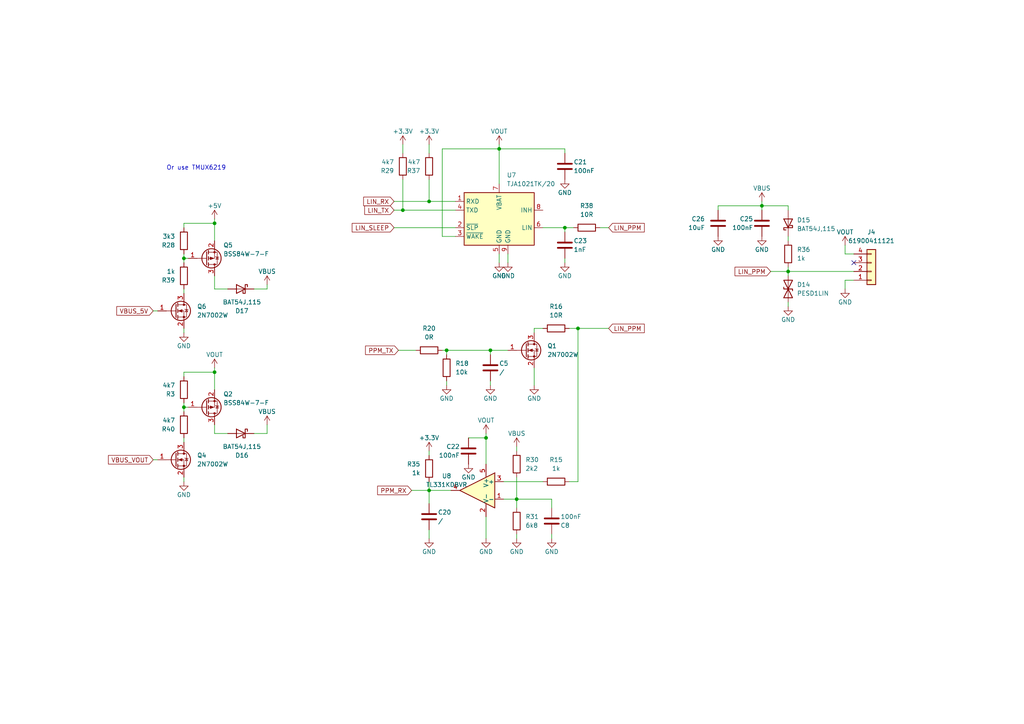
<source format=kicad_sch>
(kicad_sch (version 20250114) (generator "eeschema") (generator_version "9.0")
  (paper "A4")
  (lib_symbols
    (symbol "Comparator:TL331" (pin_names (offset 0.127))
      (property "Reference" "U" (at 1.27 5.08 0))
      (property "Value" "TL331" (at 3.81 -5.08 0))
      (symbol "TL331_0_1"
        (polyline (pts (xy -5.08 5.08) (xy 5.08 0) (xy -5.08 -5.08) (xy -5.08 5.08)) (stroke (width 0.254)) (fill (type background)))
      )
      (symbol "TL331_1_1"
        (pin input line (at -7.62 2.54 0) (length 2.54) (name "+") (number "3"))
        (pin input line (at -7.62 -2.54 0) (length 2.54) (name "-") (number "1"))
        (pin power_in line (at -2.54 7.62 270) (length 3.81) (name "V+") (number "5"))
        (pin power_in line (at -2.54 -7.62 90) (length 3.81) (name "V-") (number "2"))
        (pin open_collector line (at 7.62 0 180) (length 2.54) (name "~") (number "4"))
      )
    )
    (symbol "Connector_Generic:Conn_01x04" (pin_names (offset 1.016) (hide yes))
      (property "Reference" "J" (at 0 5.08 0))
      (property "Value" "Conn_01x04" (at 0 -7.62 0))
      (symbol "Conn_01x04_1_1"
        (rectangle (start -1.27 3.81) (end 1.27 -6.35) (stroke (width 0.254)) (fill (type background)))
        (rectangle (start -1.27 2.667) (end 0 2.413) (stroke (width 0.1524)))
        (rectangle (start -1.27 0.127) (end 0 -0.127) (stroke (width 0.1524)))
        (rectangle (start -1.27 -2.413) (end 0 -2.667) (stroke (width 0.1524)))
        (rectangle (start -1.27 -4.953) (end 0 -5.207) (stroke (width 0.1524)))
        (pin passive line (at -5.08 2.54 0) (length 3.81) (name "Pin_1") (number "1"))
        (pin passive line (at -5.08 0 0) (length 3.81) (name "Pin_2") (number "2"))
        (pin passive line (at -5.08 -2.54 0) (length 3.81) (name "Pin_3") (number "3"))
        (pin passive line (at -5.08 -5.08 0) (length 3.81) (name "Pin_4") (number "4"))
      )
    )
    (symbol "Device:C" (pin_numbers (hide yes)) (pin_names (offset 0.254))
      (property "Reference" "C" (at 0.635 2.54 0))
      (property "Value" "C" (at 0.635 -2.54 0))
      (symbol "C_0_1"
        (polyline (pts (xy -2.032 0.762) (xy 2.032 0.762)) (stroke (width 0.508)))
        (polyline (pts (xy -2.032 -0.762) (xy 2.032 -0.762)) (stroke (width 0.508)))
      )
      (symbol "C_1_1"
        (pin passive line (at 0 3.81 270) (length 2.794) (name "~") (number "1"))
        (pin passive line (at 0 -3.81 90) (length 2.794) (name "~") (number "2"))
      )
    )
    (symbol "Device:D_TVS" (pin_numbers (hide yes)) (pin_names (offset 1.016) (hide yes))
      (property "Reference" "D" (at 0 2.54 0))
      (property "Value" "D_TVS" (at 0 -2.54 0))
      (symbol "D_TVS_0_1"
        (polyline (pts (xy -2.54 1.27) (xy -2.54 -1.27) (xy 2.54 1.27) (xy 2.54 -1.27) (xy -2.54 1.27)) (stroke (width 0.254)))
        (polyline (pts (xy 0.508 1.27) (xy 0 1.27) (xy 0 -1.27) (xy -0.508 -1.27)) (stroke (width 0.254)))
        (polyline (pts (xy 1.27 0) (xy -1.27 0)))
      )
      (symbol "D_TVS_1_1"
        (pin passive line (at -3.81 0 0) (length 2.54) (name "A1") (number "1"))
        (pin passive line (at 3.81 0 180) (length 2.54) (name "A2") (number "2"))
      )
    )
    (symbol "Device:R" (pin_numbers (hide yes)) (pin_names (offset 0))
      (property "Reference" "R" (at 2.032 0 90))
      (property "Value" "R" (at 0 0 90))
      (symbol "R_0_1"
        (rectangle (start -1.016 -2.54) (end 1.016 2.54) (stroke (width 0.254)))
      )
      (symbol "R_1_1"
        (pin passive line (at 0 3.81 270) (length 1.27) (name "~") (number "1"))
        (pin passive line (at 0 -3.81 90) (length 1.27) (name "~") (number "2"))
      )
    )
    (symbol "Diode:BAT54J" (pin_numbers (hide yes)) (pin_names (offset 1.016) (hide yes))
      (property "Reference" "D" (at 0 2.54 0))
      (property "Value" "BAT54J" (at 0 -2.54 0))
      (symbol "BAT54J_0_1"
        (polyline (pts (xy -1.905 0.635) (xy -1.905 1.27) (xy -1.27 1.27) (xy -1.27 -1.27) (xy -0.635 -1.27) (xy -0.635 -0.635)) (stroke (width 0.254)))
        (polyline (pts (xy 1.27 1.27) (xy 1.27 -1.27) (xy -1.27 0) (xy 1.27 1.27)) (stroke (width 0.254)))
        (polyline (pts (xy 1.27 0) (xy -1.27 0)))
      )
      (symbol "BAT54J_1_1"
        (pin passive line (at -3.81 0 0) (length 2.54) (name "K") (number "1"))
        (pin passive line (at 3.81 0 180) (length 2.54) (name "A") (number "2"))
      )
    )
    (symbol "Interface_CAN_LIN:TJA1021TK"
      (property "Reference" "U" (at -10.16 8.89 0))
      (property "Value" "TJA1021TK" (at 1.27 8.89 0))
      (symbol "TJA1021TK_0_1"
        (rectangle (start -10.16 7.62) (end 10.16 -7.62) (stroke (width 0.254)) (fill (type background)))
      )
      (symbol "TJA1021TK_1_1"
        (pin open_collector line (at -12.7 5.08 0) (length 2.54) (name "RXD") (number "1"))
        (pin input line (at -12.7 2.54 0) (length 2.54) (name "TXD") (number "4"))
        (pin input line (at -12.7 -2.54 0) (length 2.54) (name "~{SLP}") (number "2"))
        (pin input line (at -12.7 -5.08 0) (length 2.54) (name "~{WAKE}") (number "3"))
        (pin power_in line (at 0 10.16 270) (length 2.54) (name "VBAT") (number "7"))
        (pin power_in line (at 0 -10.16 90) (length 2.54) (name "GND") (number "5"))
        (pin power_in line (at 2.54 -10.16 90) (length 2.54) (name "GND") (number "9"))
        (pin output line (at 12.7 2.54 180) (length 2.54) (name "INH") (number "8"))
        (pin bidirectional line (at 12.7 -2.54 180) (length 2.54) (name "LIN") (number "6"))
      )
    )
    (symbol "Transistor_FET:2N7002" (pin_names (hide yes))
      (property "Reference" "Q" (at 5.08 1.905 0))
      (property "Value" "2N7002" (at 5.08 0 0))
      (symbol "2N7002_0_1"
        (polyline (pts (xy 0.254 1.905) (xy 0.254 -1.905)) (stroke (width 0.254)))
        (polyline (pts (xy 0.254 0) (xy -2.54 0)))
        (polyline (pts (xy 0.762 2.286) (xy 0.762 1.27)) (stroke (width 0.254)))
        (polyline (pts (xy 0.762 0.508) (xy 0.762 -0.508)) (stroke (width 0.254)))
        (polyline (pts (xy 0.762 -1.27) (xy 0.762 -2.286)) (stroke (width 0.254)))
        (polyline (pts (xy 0.762 -1.778) (xy 3.302 -1.778) (xy 3.302 1.778) (xy 0.762 1.778)))
        (polyline (pts (xy 1.016 0) (xy 2.032 0.381) (xy 2.032 -0.381) (xy 1.016 0)) (fill (type outline)))
        (circle (center 1.651 0) (radius 2.794) (stroke (width 0.254)))
        (polyline (pts (xy 2.54 2.54) (xy 2.54 1.778)))
        (circle (center 2.54 1.778) (radius 0.254) (fill (type outline)))
        (circle (center 2.54 -1.778) (radius 0.254) (fill (type outline)))
        (polyline (pts (xy 2.54 -2.54) (xy 2.54 0) (xy 0.762 0)))
        (polyline (pts (xy 2.794 0.508) (xy 2.921 0.381) (xy 3.683 0.381) (xy 3.81 0.254)))
        (polyline (pts (xy 3.302 0.381) (xy 2.921 -0.254) (xy 3.683 -0.254) (xy 3.302 0.381)))
      )
      (symbol "2N7002_1_1"
        (pin input line (at -5.08 0 0) (length 2.54) (name "G") (number "1"))
        (pin passive line (at 2.54 5.08 270) (length 2.54) (name "D") (number "3"))
        (pin passive line (at 2.54 -5.08 90) (length 2.54) (name "S") (number "2"))
      )
    )
    (symbol "Transistor_FET:BSN20" (pin_names (hide yes))
      (property "Reference" "Q" (at 5.08 1.905 0))
      (property "Value" "BSN20" (at 5.08 0 0))
      (symbol "BSN20_0_1"
        (polyline (pts (xy 0.254 1.905) (xy 0.254 -1.905)) (stroke (width 0.254)))
        (polyline (pts (xy 0.254 0) (xy -2.54 0)))
        (polyline (pts (xy 0.762 2.286) (xy 0.762 1.27)) (stroke (width 0.254)))
        (polyline (pts (xy 0.762 0.508) (xy 0.762 -0.508)) (stroke (width 0.254)))
        (polyline (pts (xy 0.762 -1.27) (xy 0.762 -2.286)) (stroke (width 0.254)))
        (polyline (pts (xy 0.762 -1.778) (xy 3.302 -1.778) (xy 3.302 1.778) (xy 0.762 1.778)))
        (polyline (pts (xy 1.016 0) (xy 2.032 0.381) (xy 2.032 -0.381) (xy 1.016 0)) (fill (type outline)))
        (circle (center 1.651 0) (radius 2.794) (stroke (width 0.254)))
        (polyline (pts (xy 2.54 2.54) (xy 2.54 1.778)))
        (circle (center 2.54 1.778) (radius 0.254) (fill (type outline)))
        (circle (center 2.54 -1.778) (radius 0.254) (fill (type outline)))
        (polyline (pts (xy 2.54 -2.54) (xy 2.54 0) (xy 0.762 0)))
        (polyline (pts (xy 2.794 0.508) (xy 2.921 0.381) (xy 3.683 0.381) (xy 3.81 0.254)))
        (polyline (pts (xy 3.302 0.381) (xy 2.921 -0.254) (xy 3.683 -0.254) (xy 3.302 0.381)))
      )
      (symbol "BSN20_1_1"
        (pin input line (at -5.08 0 0) (length 2.54) (name "G") (number "1"))
        (pin passive line (at 2.54 5.08 270) (length 2.54) (name "D") (number "3"))
        (pin passive line (at 2.54 -5.08 90) (length 2.54) (name "S") (number "2"))
      )
    )
    (symbol "Transistor_FET:BSS84" (pin_names (hide yes))
      (property "Reference" "Q" (at 5.08 1.905 0))
      (property "Value" "BSS84" (at 5.08 0 0))
      (symbol "BSS84_0_1"
        (polyline (pts (xy 0.254 1.905) (xy 0.254 -1.905)) (stroke (width 0.254)))
        (polyline (pts (xy 0.254 0) (xy -2.54 0)))
        (polyline (pts (xy 0.762 2.286) (xy 0.762 1.27)) (stroke (width 0.254)))
        (polyline (pts (xy 0.762 1.778) (xy 3.302 1.778) (xy 3.302 -1.778) (xy 0.762 -1.778)))
        (polyline (pts (xy 0.762 0.508) (xy 0.762 -0.508)) (stroke (width 0.254)))
        (polyline (pts (xy 0.762 -1.27) (xy 0.762 -2.286)) (stroke (width 0.254)))
        (circle (center 1.651 0) (radius 2.794) (stroke (width 0.254)))
        (polyline (pts (xy 2.286 0) (xy 1.27 0.381) (xy 1.27 -0.381) (xy 2.286 0)) (fill (type outline)))
        (polyline (pts (xy 2.54 2.54) (xy 2.54 1.778)))
        (circle (center 2.54 1.778) (radius 0.254) (fill (type outline)))
        (circle (center 2.54 -1.778) (radius 0.254) (fill (type outline)))
        (polyline (pts (xy 2.54 -2.54) (xy 2.54 0) (xy 0.762 0)))
        (polyline (pts (xy 2.794 -0.508) (xy 2.921 -0.381) (xy 3.683 -0.381) (xy 3.81 -0.254)))
        (polyline (pts (xy 3.302 -0.381) (xy 2.921 0.254) (xy 3.683 0.254) (xy 3.302 -0.381)))
      )
      (symbol "BSS84_1_1"
        (pin input line (at -5.08 0 0) (length 2.54) (name "G") (number "1"))
        (pin passive line (at 2.54 5.08 270) (length 2.54) (name "D") (number "3"))
        (pin passive line (at 2.54 -5.08 90) (length 2.54) (name "S") (number "2"))
      )
    )
    (symbol "power:+3.3V" (power) (pin_names (offset 0))
      (property "Value" "+3.3V" (at 0 3.556 0))
      (symbol "+3.3V_0_1"
        (polyline (pts (xy -0.762 1.27) (xy 0 2.54)))
        (polyline (pts (xy 0 2.54) (xy 0.762 1.27)))
        (polyline (pts (xy 0 0) (xy 0 2.54)))
      )
      (symbol "+3.3V_1_1"
        (pin power_in line (at 0 0 90) (length 0) (hide yes) (name "+3.3V") (number "1"))
      )
    )
    (symbol "power:+5V" (power) (pin_names (offset 0))
      (property "Value" "+5V" (at 0 3.556 0))
      (symbol "+5V_0_1"
        (polyline (pts (xy -0.762 1.27) (xy 0 2.54)))
        (polyline (pts (xy 0 2.54) (xy 0.762 1.27)))
        (polyline (pts (xy 0 0) (xy 0 2.54)))
      )
      (symbol "+5V_1_1"
        (pin power_in line (at 0 0 90) (length 0) (hide yes) (name "+5V") (number "1"))
      )
    )
    (symbol "power:GND" (power) (pin_names (offset 0))
      (property "Value" "GND" (at 0 -3.81 0))
      (symbol "GND_0_1"
        (polyline (pts (xy 0 0) (xy 0 -1.27) (xy 1.27 -1.27) (xy 0 -2.54) (xy -1.27 -1.27) (xy 0 -1.27)))
      )
      (symbol "GND_1_1"
        (pin power_in line (at 0 0 270) (length 0) (hide yes) (name "GND") (number "1"))
      )
    )
    (symbol "power:VBUS" (power) (pin_names (offset 0))
      (property "Value" "VBUS" (at 0 3.81 0))
      (symbol "VBUS_0_1"
        (polyline (pts (xy -0.762 1.27) (xy 0 2.54)))
        (polyline (pts (xy 0 2.54) (xy 0.762 1.27)))
        (polyline (pts (xy 0 0) (xy 0 2.54)))
      )
      (symbol "VBUS_1_1"
        (pin power_in line (at 0 0 90) (length 0) (hide yes) (name "VBUS") (number "1"))
      )
    )
  )
  (text "Or use TMUX6219" (at 48.26 49.53 0) (effects (font (size 1.27 1.27)) (justify left bottom)))
  (junction (at 149.86 144.78))
  (junction (at 167.64 95.25))
  (junction (at 53.34 118.11))
  (junction (at 129.54 101.6))
  (junction (at 53.34 74.93))
  (junction (at 124.46 142.24))
  (junction (at 116.84 60.96))
  (junction (at 62.23 64.77))
  (junction (at 124.46 58.42))
  (junction (at 228.6 78.74))
  (junction (at 140.97 127))
  (junction (at 163.83 66.04))
  (junction (at 142.24 101.6))
  (junction (at 62.23 107.95))
  (junction (at 220.98 59.69))
  (junction (at 144.78 43.18))
  (no_connect (at 247.65 76.2))
  (wire (pts (xy 116.84 41.91) (xy 116.84 44.45)))
  (wire (pts (xy 245.11 81.28) (xy 247.65 81.28)))
  (wire (pts (xy 165.1 95.25) (xy 167.64 95.25)))
  (wire (pts (xy 53.34 138.43) (xy 53.34 139.7)))
  (wire (pts (xy 114.3 66.04) (xy 132.08 66.04)))
  (wire (pts (xy 146.05 139.7) (xy 157.48 139.7)))
  (wire (pts (xy 154.94 106.68) (xy 154.94 111.76)))
  (wire (pts (xy 142.24 110.49) (xy 142.24 111.76)))
  (wire (pts (xy 116.84 52.07) (xy 116.84 60.96)))
  (wire (pts (xy 144.78 43.18) (xy 163.83 43.18)))
  (wire (pts (xy 149.86 144.78) (xy 146.05 144.78)))
  (wire (pts (xy 129.54 101.6) (xy 129.54 102.87)))
  (wire (pts (xy 62.23 80.01) (xy 62.23 83.82)))
  (wire (pts (xy 160.02 154.94) (xy 160.02 156.21)))
  (wire (pts (xy 142.24 101.6) (xy 142.24 102.87)))
  (wire (pts (xy 53.34 74.93) (xy 53.34 76.2)))
  (wire (pts (xy 163.83 66.04) (xy 163.83 67.31)))
  (wire (pts (xy 245.11 73.66) (xy 245.11 71.12)))
  (wire (pts (xy 228.6 59.69) (xy 228.6 60.96)))
  (wire (pts (xy 157.48 66.04) (xy 163.83 66.04)))
  (wire (pts (xy 220.98 59.69) (xy 220.98 60.96)))
  (wire (pts (xy 163.83 66.04) (xy 166.37 66.04)))
  (wire (pts (xy 147.32 101.6) (xy 142.24 101.6)))
  (wire (pts (xy 228.6 77.47) (xy 228.6 78.74)))
  (wire (pts (xy 128.27 43.18) (xy 144.78 43.18)))
  (wire (pts (xy 44.45 90.17) (xy 45.72 90.17)))
  (wire (pts (xy 44.45 133.35) (xy 45.72 133.35)))
  (wire (pts (xy 144.78 43.18) (xy 144.78 53.34)))
  (wire (pts (xy 228.6 78.74) (xy 228.6 80.01)))
  (wire (pts (xy 160.02 144.78) (xy 149.86 144.78)))
  (wire (pts (xy 140.97 149.86) (xy 140.97 156.21)))
  (wire (pts (xy 53.34 66.04) (xy 53.34 64.77)))
  (wire (pts (xy 62.23 64.77) (xy 62.23 63.5)))
  (wire (pts (xy 149.86 154.94) (xy 149.86 156.21)))
  (wire (pts (xy 53.34 73.66) (xy 53.34 74.93)))
  (wire (pts (xy 116.84 60.96) (xy 132.08 60.96)))
  (wire (pts (xy 124.46 142.24) (xy 124.46 146.05)))
  (wire (pts (xy 140.97 127) (xy 140.97 134.62)))
  (wire (pts (xy 124.46 153.67) (xy 124.46 156.21)))
  (wire (pts (xy 62.23 107.95) (xy 62.23 113.03)))
  (wire (pts (xy 167.64 139.7) (xy 167.64 95.25)))
  (wire (pts (xy 147.32 73.66) (xy 147.32 76.2)))
  (wire (pts (xy 62.23 123.19) (xy 62.23 125.73)))
  (wire (pts (xy 124.46 52.07) (xy 124.46 58.42)))
  (wire (pts (xy 208.28 59.69) (xy 220.98 59.69)))
  (wire (pts (xy 228.6 87.63) (xy 228.6 88.9)))
  (wire (pts (xy 160.02 147.32) (xy 160.02 144.78)))
  (wire (pts (xy 62.23 106.68) (xy 62.23 107.95)))
  (wire (pts (xy 53.34 118.11) (xy 54.61 118.11)))
  (wire (pts (xy 140.97 125.73) (xy 140.97 127)))
  (wire (pts (xy 62.23 125.73) (xy 66.04 125.73)))
  (wire (pts (xy 114.3 60.96) (xy 116.84 60.96)))
  (wire (pts (xy 228.6 68.58) (xy 228.6 69.85)))
  (wire (pts (xy 128.27 68.58) (xy 132.08 68.58)))
  (wire (pts (xy 245.11 73.66) (xy 247.65 73.66)))
  (wire (pts (xy 53.34 116.84) (xy 53.34 118.11)))
  (wire (pts (xy 163.83 74.93) (xy 163.83 76.2)))
  (wire (pts (xy 157.48 95.25) (xy 154.94 95.25)))
  (wire (pts (xy 128.27 43.18) (xy 128.27 68.58)))
  (wire (pts (xy 130.81 142.24) (xy 124.46 142.24)))
  (wire (pts (xy 142.24 101.6) (xy 129.54 101.6)))
  (wire (pts (xy 124.46 142.24) (xy 124.46 139.7)))
  (wire (pts (xy 53.34 95.25) (xy 53.34 96.52)))
  (wire (pts (xy 223.52 78.74) (xy 228.6 78.74)))
  (wire (pts (xy 167.64 95.25) (xy 176.53 95.25)))
  (wire (pts (xy 149.86 129.54) (xy 149.86 130.81)))
  (wire (pts (xy 228.6 59.69) (xy 220.98 59.69)))
  (wire (pts (xy 53.34 127) (xy 53.34 128.27)))
  (wire (pts (xy 144.78 73.66) (xy 144.78 76.2)))
  (wire (pts (xy 149.86 144.78) (xy 149.86 147.32)))
  (wire (pts (xy 115.57 101.6) (xy 120.65 101.6)))
  (wire (pts (xy 245.11 81.28) (xy 245.11 83.82)))
  (wire (pts (xy 73.66 125.73) (xy 77.47 125.73)))
  (wire (pts (xy 163.83 44.45) (xy 163.83 43.18)))
  (wire (pts (xy 128.27 101.6) (xy 129.54 101.6)))
  (wire (pts (xy 173.99 66.04) (xy 176.53 66.04)))
  (wire (pts (xy 77.47 125.73) (xy 77.47 123.19)))
  (wire (pts (xy 62.23 64.77) (xy 62.23 69.85)))
  (wire (pts (xy 53.34 118.11) (xy 53.34 119.38)))
  (wire (pts (xy 154.94 95.25) (xy 154.94 96.52)))
  (wire (pts (xy 53.34 109.22) (xy 53.34 107.95)))
  (wire (pts (xy 208.28 60.96) (xy 208.28 59.69)))
  (wire (pts (xy 53.34 107.95) (xy 62.23 107.95)))
  (wire (pts (xy 135.89 127) (xy 140.97 127)))
  (wire (pts (xy 73.66 83.82) (xy 77.47 83.82)))
  (wire (pts (xy 62.23 83.82) (xy 66.04 83.82)))
  (wire (pts (xy 53.34 83.82) (xy 53.34 85.09)))
  (wire (pts (xy 220.98 58.42) (xy 220.98 59.69)))
  (wire (pts (xy 124.46 130.81) (xy 124.46 132.08)))
  (wire (pts (xy 114.3 58.42) (xy 124.46 58.42)))
  (wire (pts (xy 119.38 142.24) (xy 124.46 142.24)))
  (wire (pts (xy 124.46 41.91) (xy 124.46 44.45)))
  (wire (pts (xy 77.47 83.82) (xy 77.47 82.55)))
  (wire (pts (xy 53.34 64.77) (xy 62.23 64.77)))
  (wire (pts (xy 144.78 41.91) (xy 144.78 43.18)))
  (wire (pts (xy 53.34 74.93) (xy 54.61 74.93)))
  (wire (pts (xy 149.86 138.43) (xy 149.86 144.78)))
  (wire (pts (xy 129.54 110.49) (xy 129.54 111.76)))
  (wire (pts (xy 228.6 78.74) (xy 247.65 78.74)))
  (wire (pts (xy 124.46 58.42) (xy 132.08 58.42)))
  (wire (pts (xy 165.1 139.7) (xy 167.64 139.7)))
  (global_label "PPM_RX" (shape input) (at 119.38 142.24 180) (property "Intersheetrefs" "${INTERSHEET_REFS}" (effects (hide yes))))
  (global_label "VBUS_5V" (shape input) (at 44.45 90.17 180) (property "Intersheetrefs" "${INTERSHEET_REFS}" (effects (hide yes))))
  (global_label "LIN_RX" (shape input) (at 114.3 58.42 180) (property "Intersheetrefs" "${INTERSHEET_REFS}" (effects (hide yes))))
  (global_label "LIN_PPM" (shape input) (at 176.53 66.04 0) (property "Intersheetrefs" "${INTERSHEET_REFS}" (effects (hide yes))))
  (global_label "LIN_PPM" (shape input) (at 223.52 78.74 180) (property "Intersheetrefs" "${INTERSHEET_REFS}" (effects (hide yes))))
  (global_label "LIN_PPM" (shape input) (at 176.53 95.25 0) (property "Intersheetrefs" "${INTERSHEET_REFS}" (effects (hide yes))))
  (global_label "VBUS_VOUT" (shape input) (at 44.45 133.35 180) (property "Intersheetrefs" "${INTERSHEET_REFS}" (effects (hide yes))))
  (global_label "LIN_TX" (shape input) (at 114.3 60.96 180) (property "Intersheetrefs" "${INTERSHEET_REFS}" (effects (hide yes))))
  (global_label "PPM_TX" (shape input) (at 115.57 101.6 180) (property "Intersheetrefs" "${INTERSHEET_REFS}" (effects (hide yes))))
  (global_label "LIN_SLEEP" (shape input) (at 114.3 66.04 180) (property "Intersheetrefs" "${INTERSHEET_REFS}" (effects (hide yes))))
  (symbol (lib_id "Device:R") (at 129.54 106.68 0) (unit 1)
    (property "Reference" "R18" (at 132.08 105.4099 0) (effects (justify left)))
    (property "Value" "10k" (at 132.08 107.9499 0) (effects (justify left)))
    (property "Footprint" "Resistor_SMD:R_0402_1005Metric" (effects (hide yes)))
  )
  (symbol (lib_id "power:GND") (at 140.97 156.21 0) (mirror y) (unit 1)
    (property "Reference" "#PWR012" (effects (hide yes)))
    (property "Value" "GND" (at 140.97 160.02 0))
  )
  (symbol (lib_id "Transistor_FET:BSN20") (at 50.8 133.35 0) (unit 1)
    (property "Reference" "Q4" (at 57.15 132.08 0) (effects (justify left)))
    (property "Value" "2N7002W" (at 57.15 134.62 0) (effects (justify left)))
    (property "Footprint" "Package_TO_SOT_SMD:SOT-323_SC-70" (effects (hide yes)))
  )
  (symbol (lib_id "Device:R") (at 149.86 151.13 0) (unit 1)
    (property "Reference" "R31" (at 152.4 149.8599 0) (effects (justify left)))
    (property "Value" "6k8" (at 152.4 152.3999 0) (effects (justify left)))
    (property "Footprint" "Resistor_SMD:R_0402_1005Metric" (effects (hide yes)))
  )
  (symbol (lib_id "Device:R") (at 53.34 69.85 0) (unit 1)
    (property "Reference" "R28" (at 50.8 71.1201 0) (effects (justify right)))
    (property "Value" "3k3" (at 50.8 68.5801 0) (effects (justify right)))
    (property "Footprint" "Resistor_SMD:R_0402_1005Metric" (effects (hide yes)))
  )
  (symbol (lib_id "power:GND") (at 228.6 88.9 0) (mirror y) (unit 1)
    (property "Reference" "#PWR024" (effects (hide yes)))
    (property "Value" "GND" (at 228.6 92.71 0))
  )
  (symbol (lib_id "power:GND") (at 245.11 83.82 0) (mirror y) (unit 1)
    (property "Reference" "#PWR0126" (effects (hide yes)))
    (property "Value" "GND" (at 245.11 87.63 0))
  )
  (symbol (lib_id "power:GND") (at 163.83 52.07 0) (mirror y) (unit 1)
    (property "Reference" "#PWR018" (effects (hide yes)))
    (property "Value" "GND" (at 163.83 55.88 0))
  )
  (symbol (lib_id "power:+3.3V") (at 124.46 130.81 0) (mirror y) (unit 1)
    (property "Reference" "#PWR010" (effects (hide yes)))
    (property "Value" "+3.3V" (at 124.46 127 0))
  )
  (symbol (lib_id "Diode:BAT54J") (at 69.85 125.73 0) (mirror y) (unit 1)
    (property "Reference" "D16" (at 70.1675 132.08 0))
    (property "Value" "BAT54J,115" (at 70.1675 129.54 0))
    (property "Footprint" "Diode_SMD:D_SOD-323F" (effects (hide yes)))
    (property "Datasheet" "https://assets.nexperia.com/documents/data-sheet/BAT54J.pdf" (effects (hide yes)))
    (property "Description" "30V 200mA Schottky diode, SOD-323F" (effects (hide yes)))
  )
  (symbol (lib_id "Transistor_FET:BSN20") (at 50.8 90.17 0) (unit 1)
    (property "Reference" "Q6" (at 57.15 88.9 0) (effects (justify left)))
    (property "Value" "2N7002W" (at 57.15 91.44 0) (effects (justify left)))
    (property "Footprint" "Package_TO_SOT_SMD:SOT-323_SC-70" (effects (hide yes)))
  )
  (symbol (lib_id "Comparator:TL331") (at 138.43 142.24 0) (mirror y) (unit 1)
    (property "Reference" "U8" (at 129.54 138.0491 0))
    (property "Value" "TL331KDBVR" (at 129.54 140.5891 0))
    (property "Footprint" "Package_TO_SOT_SMD:SOT-23-5" (effects (hide yes)))
    (property "Datasheet" "http://www.ti.com/lit/ds/symlink/tl331.pdf" (effects (hide yes)))
  )
  (symbol (lib_id "Transistor_FET:BSS84") (at 59.69 74.93 0) (mirror x) (unit 1)
    (property "Reference" "Q5" (at 64.77 71.12 0) (effects (justify left)))
    (property "Value" "BSS84W-7-F" (at 64.77 73.66 0) (effects (justify left)))
    (property "Footprint" "Package_TO_SOT_SMD:SOT-323_SC-70" (effects (hide yes)))
    (property "Datasheet" "http://assets.nexperia.com/documents/data-sheet/BSS84.pdf" (effects (hide yes)))
  )
  (symbol (lib_id "power:GND") (at 147.32 76.2 0) (unit 1)
    (property "Reference" "#PWR021" (effects (hide yes)))
    (property "Value" "GND" (at 147.32 80.01 0))
  )
  (symbol (lib_id "Transistor_FET:2N7002") (at 152.4 101.6 0) (unit 1)
    (property "Reference" "Q1" (at 158.75 100.33 0) (effects (justify left)))
    (property "Value" "2N7002W" (at 158.75 102.87 0) (effects (justify left)))
    (property "Footprint" "Package_TO_SOT_SMD:SOT-323_SC-70" (effects (hide yes)))
  )
  (symbol (lib_id "power:GND") (at 129.54 111.76 0) (mirror y) (unit 1)
    (property "Reference" "#PWR03" (effects (hide yes)))
    (property "Value" "GND" (at 129.54 115.57 0))
  )
  (symbol (lib_id "power:GND") (at 124.46 156.21 0) (mirror y) (unit 1)
    (property "Reference" "#PWR09" (effects (hide yes)))
    (property "Value" "GND" (at 124.46 160.02 0))
  )
  (symbol (lib_id "Device:R") (at 53.34 80.01 0) (unit 1)
    (property "Reference" "R39" (at 50.8 81.2801 0) (effects (justify right)))
    (property "Value" "1k" (at 50.8 78.7401 0) (effects (justify right)))
    (property "Footprint" "Resistor_SMD:R_0402_1005Metric" (effects (hide yes)))
  )
  (symbol (lib_id "Device:C") (at 160.02 151.13 0) (mirror x) (unit 1)
    (property "Reference" "C8" (at 162.56 152.4 0) (effects (justify left)))
    (property "Value" "100nF" (at 162.56 149.86 0) (effects (justify left)))
    (property "Footprint" "Capacitor_SMD:C_0402_1005Metric" (effects (hide yes)))
  )
  (symbol (lib_id "Device:R") (at 53.34 113.03 0) (unit 1)
    (property "Reference" "R3" (at 50.8 114.3001 0) (effects (justify right)))
    (property "Value" "4k7" (at 50.8 111.7601 0) (effects (justify right)))
    (property "Footprint" "Resistor_SMD:R_0402_1005Metric" (effects (hide yes)))
  )
  (symbol (lib_id "Interface_CAN_LIN:TJA1021TK") (at 144.78 63.5 0) (unit 1)
    (property "Reference" "U7" (at 146.9741 50.8 0) (effects (justify left)))
    (property "Value" "TJA1021TK/20" (at 146.9741 53.34 0) (effects (justify left)))
    (property "Footprint" "Package_DFN_QFN:DFN-8-1EP_3x3mm_P0.65mm_EP1.55x2.4mm" (effects (hide yes)))
    (property "Datasheet" "http://www.nxp.com/docs/en/data-sheet/TJA1021.pdf" (effects (hide yes)))
  )
  (symbol (lib_id "power:GND") (at 160.02 156.21 0) (mirror y) (unit 1)
    (property "Reference" "#PWR04" (effects (hide yes)))
    (property "Value" "GND" (at 160.02 160.02 0))
  )
  (symbol (lib_id "Device:R") (at 53.34 123.19 0) (unit 1)
    (property "Reference" "R40" (at 50.8 124.4601 0) (effects (justify right)))
    (property "Value" "4k7" (at 50.8 121.9201 0) (effects (justify right)))
    (property "Footprint" "Resistor_SMD:R_0402_1005Metric" (effects (hide yes)))
  )
  (symbol (lib_id "power:VBUS") (at 77.47 123.19 0) (unit 1)
    (property "Reference" "#PWR025" (effects (hide yes)))
    (property "Value" "VBUS" (at 77.47 119.38 0))
  )
  (symbol (lib_id "power:VBUS") (at 140.97 125.73 0) (unit 1)
    (property "Reference" "#PWR06" (effects (hide yes)))
    (property "Value" "VOUT" (at 140.97 121.92 0))
  )
  (symbol (lib_id "Device:R") (at 124.46 101.6 270) (unit 1)
    (property "Reference" "R20" (at 124.46 95.25 90))
    (property "Value" "0R" (at 124.46 97.79 90))
    (property "Footprint" "Resistor_SMD:R_0402_1005Metric" (effects (hide yes)))
  )
  (symbol (lib_id "Device:R") (at 124.46 48.26 0) (unit 1)
    (property "Reference" "R37" (at 121.92 49.5301 0) (effects (justify right)))
    (property "Value" "4k7" (at 121.92 46.9901 0) (effects (justify right)))
    (property "Footprint" "Resistor_SMD:R_0402_1005Metric" (effects (hide yes)))
  )
  (symbol (lib_id "Connector_Generic:Conn_01x04") (at 252.73 78.74 0) (mirror x) (unit 1)
    (property "Reference" "J4" (at 252.73 67.31 0))
    (property "Value" "61900411121" (at 252.73 69.85 0))
    (property "Footprint" "Connector_THT_Wurth:J_Wurth_WR-WTB_61900411121" (effects (hide yes)))
  )
  (symbol (lib_id "power:GND") (at 208.28 68.58 0) (mirror y) (unit 1)
    (property "Reference" "#PWR016" (effects (hide yes)))
    (property "Value" "GND" (at 208.28 72.39 0))
  )
  (symbol (lib_id "Device:R") (at 124.46 135.89 0) (mirror y) (unit 1)
    (property "Reference" "R35" (at 121.92 134.6199 0) (effects (justify left)))
    (property "Value" "1k" (at 121.92 137.1599 0) (effects (justify left)))
    (property "Footprint" "Resistor_SMD:R_0402_1005Metric" (effects (hide yes)))
  )
  (symbol (lib_id "power:GND") (at 135.89 134.62 0) (mirror y) (unit 1)
    (property "Reference" "#PWR013" (effects (hide yes)))
    (property "Value" "GND" (at 135.89 138.43 0))
  )
  (symbol (lib_id "Device:C") (at 208.28 64.77 0) (mirror y) (unit 1)
    (property "Reference" "C26" (at 204.47 63.4999 0) (effects (justify left)))
    (property "Value" "10uF" (at 204.47 66.0399 0) (effects (justify left)))
    (property "Footprint" "Capacitor_SMD:C_1206_3216Metric" (effects (hide yes)))
  )
  (symbol (lib_id "power:GND") (at 53.34 139.7 0) (unit 1)
    (property "Reference" "#PWR030" (effects (hide yes)))
    (property "Value" "GND" (at 53.34 143.51 0))
  )
  (symbol (lib_id "Diode:BAT54J") (at 228.6 64.77 90) (unit 1)
    (property "Reference" "D15" (at 231.14 63.8174 90) (effects (justify right)))
    (property "Value" "BAT54J,115" (at 231.14 66.3574 90) (effects (justify right)))
    (property "Footprint" "Diode_SMD:D_SOD-323F" (effects (hide yes)))
    (property "Datasheet" "https://assets.nexperia.com/documents/data-sheet/BAT54J.pdf" (effects (hide yes)))
    (property "Description" "30V 200mA Schottky diode, SOD-323F" (effects (hide yes)))
  )
  (symbol (lib_id "Device:C") (at 124.46 149.86 0) (unit 1)
    (property "Reference" "C20" (at 127 148.59 0) (effects (justify left)))
    (property "Value" "/" (at 127 151.13 0) (effects (justify left)))
    (property "Footprint" "Capacitor_SMD:C_0402_1005Metric" (effects (hide yes)))
  )
  (symbol (lib_id "power:GND") (at 142.24 111.76 0) (mirror y) (unit 1)
    (property "Reference" "#PWR05" (effects (hide yes)))
    (property "Value" "GND" (at 142.24 115.57 0))
  )
  (symbol (lib_id "power:+3.3V") (at 124.46 41.91 0) (mirror y) (unit 1)
    (property "Reference" "#PWR019" (effects (hide yes)))
    (property "Value" "+3.3V" (at 124.46 38.1 0))
  )
  (symbol (lib_id "power:GND") (at 144.78 76.2 0) (unit 1)
    (property "Reference" "#PWR020" (effects (hide yes)))
    (property "Value" "GND" (at 144.78 80.01 0))
  )
  (symbol (lib_id "Device:C") (at 163.83 48.26 0) (unit 1)
    (property "Reference" "C21" (at 166.37 46.99 0) (effects (justify left)))
    (property "Value" "100nF" (at 166.37 49.53 0) (effects (justify left)))
    (property "Footprint" "Capacitor_SMD:C_0603_1608Metric" (effects (hide yes)))
  )
  (symbol (lib_id "Device:C") (at 163.83 71.12 0) (unit 1)
    (property "Reference" "C23" (at 166.37 69.85 0) (effects (justify left)))
    (property "Value" "1nF" (at 166.37 72.39 0) (effects (justify left)))
    (property "Footprint" "Capacitor_SMD:C_0603_1608Metric" (effects (hide yes)))
  )
  (symbol (lib_id "power:GND") (at 53.34 96.52 0) (unit 1)
    (property "Reference" "#PWR015" (effects (hide yes)))
    (property "Value" "GND" (at 53.34 100.33 0))
  )
  (symbol (lib_id "Device:R") (at 161.29 95.25 270) (unit 1)
    (property "Reference" "R16" (at 161.29 88.9 90))
    (property "Value" "10R" (at 161.29 91.44 90))
    (property "Footprint" "Resistor_SMD:R_0603_1608Metric" (effects (hide yes)))
  )
  (symbol (lib_id "power:+3.3V") (at 116.84 41.91 0) (mirror y) (unit 1)
    (property "Reference" "#PWR023" (effects (hide yes)))
    (property "Value" "+3.3V" (at 116.84 38.1 0))
  )
  (symbol (lib_id "power:GND") (at 220.98 68.58 0) (mirror y) (unit 1)
    (property "Reference" "#PWR014" (effects (hide yes)))
    (property "Value" "GND" (at 220.98 72.39 0))
  )
  (symbol (lib_id "Diode:BAT54J") (at 69.85 83.82 0) (mirror y) (unit 1)
    (property "Reference" "D17" (at 70.1675 90.17 0))
    (property "Value" "BAT54J,115" (at 70.1675 87.63 0))
    (property "Footprint" "Diode_SMD:D_SOD-323F" (effects (hide yes)))
    (property "Datasheet" "https://assets.nexperia.com/documents/data-sheet/BAT54J.pdf" (effects (hide yes)))
    (property "Description" "30V 200mA Schottky diode, SOD-323F" (effects (hide yes)))
  )
  (symbol (lib_id "Device:C") (at 220.98 64.77 0) (mirror y) (unit 1)
    (property "Reference" "C25" (at 218.44 63.5 0) (effects (justify left)))
    (property "Value" "100nF" (at 218.44 66.04 0) (effects (justify left)))
    (property "Footprint" "Capacitor_SMD:C_0603_1608Metric" (effects (hide yes)))
  )
  (symbol (lib_id "Device:R") (at 161.29 139.7 90) (unit 1)
    (property "Reference" "R15" (at 161.29 133.35 90))
    (property "Value" "1k" (at 161.29 135.89 90))
    (property "Footprint" "Resistor_SMD:R_0402_1005Metric" (effects (hide yes)))
  )
  (symbol (lib_id "Device:R") (at 170.18 66.04 270) (unit 1)
    (property "Reference" "R38" (at 170.18 59.69 90))
    (property "Value" "10R" (at 170.18 62.23 90))
    (property "Footprint" "Resistor_SMD:R_0603_1608Metric" (effects (hide yes)))
  )
  (symbol (lib_id "power:GND") (at 149.86 156.21 0) (mirror y) (unit 1)
    (property "Reference" "#PWR08" (effects (hide yes)))
    (property "Value" "GND" (at 149.86 160.02 0))
  )
  (symbol (lib_id "power:VBUS") (at 149.86 129.54 0) (unit 1)
    (property "Reference" "#PWR011" (effects (hide yes)))
    (property "Value" "VBUS" (at 149.86 125.73 0))
  )
  (symbol (lib_id "Device:R") (at 228.6 73.66 0) (unit 1)
    (property "Reference" "R36" (at 231.14 72.39 0) (effects (justify left)))
    (property "Value" "1k" (at 231.14 74.93 0) (effects (justify left)))
    (property "Footprint" "Resistor_SMD:R_1206_3216Metric" (effects (hide yes)))
  )
  (symbol (lib_id "power:+5V") (at 62.23 63.5 0) (mirror y) (unit 1)
    (property "Reference" "#PWR026" (effects (hide yes)))
    (property "Value" "+5V" (at 62.23 59.69 0))
  )
  (symbol (lib_id "power:VBUS") (at 144.78 41.91 0) (unit 1)
    (property "Reference" "#PWR07" (effects (hide yes)))
    (property "Value" "VOUT" (at 144.78 38.1 0))
  )
  (symbol (lib_id "Device:C") (at 142.24 106.68 0) (unit 1)
    (property "Reference" "C5" (at 144.78 105.41 0) (effects (justify left)))
    (property "Value" "/" (at 144.78 107.95 0) (effects (justify left)))
    (property "Footprint" "Capacitor_SMD:C_0402_1005Metric" (effects (hide yes)))
  )
  (symbol (lib_id "power:VBUS") (at 245.11 71.12 0) (unit 1)
    (property "Reference" "#PWR031" (effects (hide yes)))
    (property "Value" "VOUT" (at 245.11 67.31 0))
  )
  (symbol (lib_id "Device:R") (at 116.84 48.26 0) (unit 1)
    (property "Reference" "R29" (at 114.3 49.5301 0) (effects (justify right)))
    (property "Value" "4k7" (at 114.3 46.9901 0) (effects (justify right)))
    (property "Footprint" "Resistor_SMD:R_0402_1005Metric" (effects (hide yes)))
  )
  (symbol (lib_id "Device:R") (at 149.86 134.62 0) (unit 1)
    (property "Reference" "R30" (at 152.4 133.3499 0) (effects (justify left)))
    (property "Value" "2k2" (at 152.4 135.8899 0) (effects (justify left)))
    (property "Footprint" "Resistor_SMD:R_0402_1005Metric" (effects (hide yes)))
  )
  (symbol (lib_id "Device:C") (at 135.89 130.81 0) (mirror y) (unit 1)
    (property "Reference" "C22" (at 133.35 129.54 0) (effects (justify left)))
    (property "Value" "100nF" (at 133.35 132.08 0) (effects (justify left)))
    (property "Footprint" "Capacitor_SMD:C_0603_1608Metric" (effects (hide yes)))
  )
  (symbol (lib_id "power:GND") (at 154.94 111.76 0) (mirror y) (unit 1)
    (property "Reference" "#PWR02" (effects (hide yes)))
    (property "Value" "GND" (at 154.94 115.57 0))
  )
  (symbol (lib_id "power:VBUS") (at 77.47 82.55 0) (unit 1)
    (property "Reference" "#PWR029" (effects (hide yes)))
    (property "Value" "VBUS" (at 77.47 78.74 0))
  )
  (symbol (lib_id "Device:D_TVS") (at 228.6 83.82 90) (unit 1)
    (property "Reference" "D14" (at 231.14 82.55 90) (effects (justify right)))
    (property "Value" "PESD1LIN" (at 231.14 85.09 90) (effects (justify right)))
    (property "Footprint" "Diode_SMD:D_SOD-323" (effects (hide yes)))
  )
  (symbol (lib_id "power:VBUS") (at 220.98 58.42 0) (unit 1)
    (property "Reference" "#PWR028" (effects (hide yes)))
    (property "Value" "VBUS" (at 220.98 54.61 0))
  )
  (symbol (lib_id "power:GND") (at 163.83 76.2 0) (unit 1)
    (property "Reference" "#PWR022" (effects (hide yes)))
    (property "Value" "GND" (at 163.83 80.01 0))
  )
  (symbol (lib_id "Transistor_FET:BSS84") (at 59.69 118.11 0) (mirror x) (unit 1)
    (property "Reference" "Q2" (at 64.77 114.3 0) (effects (justify left)))
    (property "Value" "BSS84W-7-F" (at 64.77 116.84 0) (effects (justify left)))
    (property "Footprint" "Package_TO_SOT_SMD:SOT-323_SC-70" (effects (hide yes)))
    (property "Datasheet" "http://assets.nexperia.com/documents/data-sheet/BSS84.pdf" (effects (hide yes)))
  )
  (symbol (lib_id "power:VBUS") (at 62.23 106.68 0) (unit 1)
    (property "Reference" "#PWR041" (effects (hide yes)))
    (property "Value" "VOUT" (at 62.23 102.87 0))
  )
)
</source>
